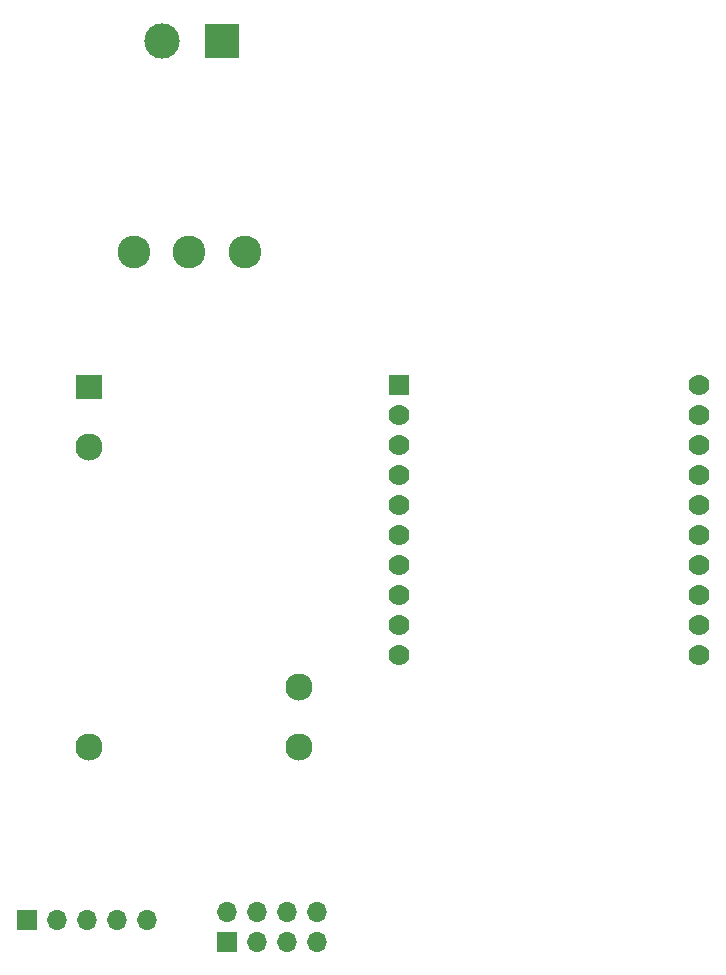
<source format=gbr>
%TF.GenerationSoftware,KiCad,Pcbnew,(6.0.0-0)*%
%TF.CreationDate,2023-01-03T09:21:55+01:00*%
%TF.ProjectId,epanel-controller,6570616e-656c-42d6-936f-6e74726f6c6c,rev?*%
%TF.SameCoordinates,Original*%
%TF.FileFunction,Soldermask,Bot*%
%TF.FilePolarity,Negative*%
%FSLAX46Y46*%
G04 Gerber Fmt 4.6, Leading zero omitted, Abs format (unit mm)*
G04 Created by KiCad (PCBNEW (6.0.0-0)) date 2023-01-03 09:21:55*
%MOMM*%
%LPD*%
G01*
G04 APERTURE LIST*
%ADD10R,1.700000X1.700000*%
%ADD11O,1.700000X1.700000*%
%ADD12R,2.300000X2.000000*%
%ADD13C,2.300000*%
%ADD14C,2.775000*%
%ADD15R,3.000000X3.000000*%
%ADD16C,3.000000*%
%ADD17R,1.778000X1.778000*%
%ADD18C,1.778000*%
G04 APERTURE END LIST*
D10*
%TO.C,J1*%
X103510000Y-129540000D03*
D11*
X106050000Y-129540000D03*
X108590000Y-129540000D03*
X111130000Y-129540000D03*
X113670000Y-129540000D03*
%TD*%
D12*
%TO.C,PS1*%
X108727500Y-84455000D03*
D13*
X108727500Y-89535000D03*
X108727500Y-114935000D03*
X126507500Y-114935000D03*
X126507500Y-109855000D03*
%TD*%
D14*
%TO.C,SW1*%
X121920000Y-73025000D03*
X117220000Y-73025000D03*
X112520000Y-73025000D03*
%TD*%
D15*
%TO.C,J2*%
X120015000Y-55110000D03*
D16*
X114935000Y-55110000D03*
%TD*%
D17*
%TO.C,U1*%
X134940000Y-84230000D03*
D18*
X134940000Y-86770000D03*
X134940000Y-89310000D03*
X134940000Y-91850000D03*
X134940000Y-94390000D03*
X134940000Y-96930000D03*
X134940000Y-99470000D03*
X134940000Y-102010000D03*
X134940000Y-104550000D03*
X134940000Y-107090000D03*
X160340000Y-107090000D03*
X160340000Y-104550000D03*
X160340000Y-102010000D03*
X160340000Y-99470000D03*
X160340000Y-96930000D03*
X160340000Y-94390000D03*
X160340000Y-91850000D03*
X160340000Y-89310000D03*
X160340000Y-86770000D03*
X160340000Y-84230000D03*
%TD*%
D10*
%TO.C,J3*%
X120396000Y-131394200D03*
D11*
X120396000Y-128854200D03*
X122936000Y-131394200D03*
X122936000Y-128854200D03*
X125476000Y-131394200D03*
X125476000Y-128854200D03*
X128016000Y-131394200D03*
X128016000Y-128854200D03*
%TD*%
M02*

</source>
